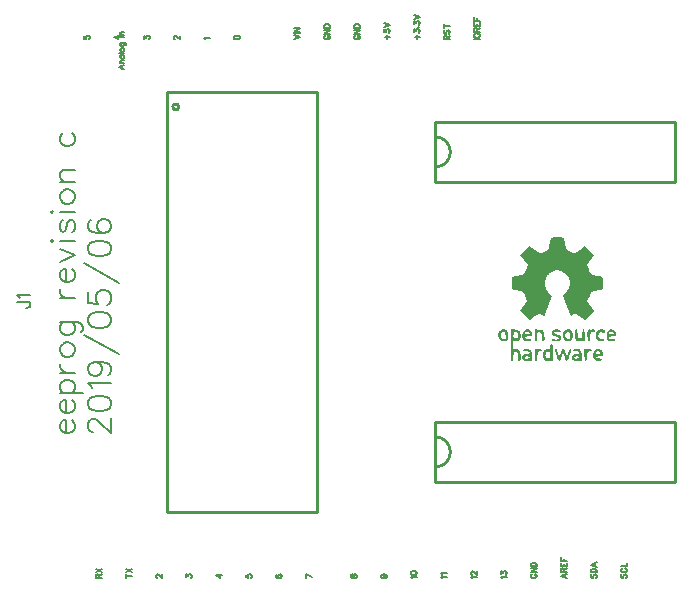
<source format=gto>
G04 Layer: TopSilkscreenLayer*
G04 EasyEDA v6.5.47, 2024-10-06 10:48:52*
G04 7f18c47773b3442c901778b5daae8bd2,c2b9568e21e3459f90af4e12abca8b04,10*
G04 Gerber Generator version 0.2*
G04 Scale: 100 percent, Rotated: No, Reflected: No *
G04 Dimensions in millimeters *
G04 leading zeros omitted , absolute positions ,4 integer and 5 decimal *
%FSLAX45Y45*%
%MOMM*%

%ADD10C,0.2032*%
%ADD11C,0.1524*%
%ADD12C,0.2286*%
%ADD13C,0.2540*%

%LPD*%
G36*
X8154111Y-3770579D02*
G01*
X8131302Y-3770731D01*
X8119567Y-3771087D01*
X8110372Y-3771798D01*
X8103362Y-3772915D01*
X8098231Y-3774490D01*
X8094675Y-3776624D01*
X8092338Y-3779418D01*
X8090916Y-3782872D01*
X8086090Y-3803497D01*
X8075828Y-3852418D01*
X8074152Y-3858818D01*
X8072374Y-3864254D01*
X8070392Y-3868826D01*
X8068157Y-3872687D01*
X8065465Y-3876040D01*
X8062264Y-3878986D01*
X8058403Y-3881678D01*
X8053831Y-3884320D01*
X8048447Y-3887063D01*
X8034985Y-3893159D01*
X8022691Y-3898137D01*
X8017306Y-3899865D01*
X8012277Y-3901084D01*
X8007553Y-3901795D01*
X8002930Y-3901897D01*
X7998409Y-3901440D01*
X7993786Y-3900424D01*
X7988960Y-3898747D01*
X7983880Y-3896461D01*
X7978343Y-3893515D01*
X7972348Y-3889959D01*
X7958378Y-3880662D01*
X7909407Y-3846423D01*
X7833055Y-3922776D01*
X7892846Y-4007612D01*
X7877657Y-4047185D01*
X7874812Y-4053992D01*
X7869275Y-4065473D01*
X7866430Y-4070248D01*
X7863484Y-4074464D01*
X7860385Y-4078122D01*
X7857032Y-4081322D01*
X7853425Y-4084065D01*
X7849514Y-4086453D01*
X7845196Y-4088485D01*
X7840421Y-4090263D01*
X7835188Y-4091787D01*
X7829346Y-4093108D01*
X7815834Y-4095343D01*
X7799578Y-4097629D01*
X7786674Y-4099712D01*
X7781340Y-4100779D01*
X7776718Y-4101947D01*
X7772755Y-4103319D01*
X7769352Y-4104843D01*
X7766558Y-4106621D01*
X7764221Y-4108704D01*
X7762341Y-4111193D01*
X7760868Y-4114088D01*
X7759750Y-4117441D01*
X7758938Y-4121302D01*
X7758379Y-4125722D01*
X7757871Y-4136593D01*
X7757820Y-4173931D01*
X7758175Y-4186326D01*
X7758531Y-4191508D01*
X7759141Y-4196029D01*
X7760004Y-4200042D01*
X7761122Y-4203496D01*
X7762544Y-4206443D01*
X7764424Y-4208983D01*
X7766659Y-4211167D01*
X7769352Y-4213047D01*
X7772603Y-4214622D01*
X7776362Y-4215993D01*
X7785658Y-4218228D01*
X7797698Y-4220159D01*
X7827619Y-4224324D01*
X7839151Y-4226509D01*
X7843875Y-4227880D01*
X7847990Y-4229404D01*
X7851648Y-4231284D01*
X7854848Y-4233570D01*
X7857794Y-4236262D01*
X7860487Y-4239514D01*
X7863027Y-4243324D01*
X7868005Y-4253026D01*
X7873441Y-4265930D01*
X7891525Y-4311802D01*
X7833055Y-4394708D01*
X7910118Y-4471771D01*
X7959191Y-4436668D01*
X7973263Y-4427067D01*
X7978800Y-4423714D01*
X7983474Y-4421276D01*
X7987588Y-4419752D01*
X7991348Y-4418990D01*
X7994853Y-4418990D01*
X7998409Y-4419650D01*
X8002168Y-4420971D01*
X8019237Y-4429252D01*
X8026247Y-4432147D01*
X8031327Y-4433773D01*
X8033664Y-4433722D01*
X8037017Y-4426356D01*
X8055813Y-4381398D01*
X8102295Y-4267250D01*
X8070189Y-4232198D01*
X8063585Y-4223867D01*
X8057845Y-4215384D01*
X8053019Y-4206798D01*
X8049006Y-4198162D01*
X8045856Y-4189476D01*
X8043468Y-4180789D01*
X8041894Y-4172102D01*
X8041030Y-4163517D01*
X8040878Y-4154982D01*
X8041386Y-4146600D01*
X8042554Y-4138320D01*
X8044383Y-4130243D01*
X8046770Y-4122420D01*
X8049768Y-4114749D01*
X8053273Y-4107434D01*
X8057337Y-4100372D01*
X8061858Y-4093616D01*
X8066836Y-4087266D01*
X8072272Y-4081322D01*
X8078114Y-4075785D01*
X8084312Y-4070654D01*
X8090865Y-4066082D01*
X8097723Y-4061968D01*
X8104936Y-4058462D01*
X8112353Y-4055465D01*
X8120024Y-4053128D01*
X8127898Y-4051401D01*
X8135975Y-4050385D01*
X8140039Y-4050080D01*
X8148320Y-4050131D01*
X8152536Y-4050385D01*
X8160969Y-4051554D01*
X8169452Y-4053484D01*
X8177987Y-4056227D01*
X8186572Y-4059834D01*
X8195106Y-4064355D01*
X8203641Y-4069740D01*
X8212074Y-4076090D01*
X8220659Y-4083659D01*
X8224774Y-4087825D01*
X8228634Y-4092092D01*
X8232190Y-4096461D01*
X8238439Y-4105452D01*
X8241182Y-4110126D01*
X8243620Y-4114800D01*
X8247634Y-4124451D01*
X8249259Y-4129379D01*
X8251596Y-4139336D01*
X8252358Y-4144416D01*
X8252815Y-4149496D01*
X8253018Y-4154627D01*
X8252561Y-4164990D01*
X8250986Y-4175404D01*
X8248294Y-4185767D01*
X8246516Y-4191000D01*
X8244484Y-4196130D01*
X8239556Y-4206443D01*
X8236661Y-4211523D01*
X8230006Y-4221632D01*
X8222284Y-4231487D01*
X8189518Y-4267250D01*
X8232851Y-4373778D01*
X8253222Y-4422698D01*
X8258149Y-4433722D01*
X8260486Y-4433773D01*
X8265566Y-4432147D01*
X8272576Y-4429252D01*
X8289645Y-4420971D01*
X8293404Y-4419650D01*
X8296960Y-4418990D01*
X8300466Y-4418990D01*
X8304225Y-4419752D01*
X8308340Y-4421276D01*
X8313013Y-4423714D01*
X8318550Y-4427067D01*
X8332622Y-4436668D01*
X8381695Y-4471771D01*
X8458758Y-4394708D01*
X8400288Y-4311802D01*
X8418372Y-4265930D01*
X8423808Y-4253026D01*
X8428786Y-4243324D01*
X8431326Y-4239514D01*
X8434019Y-4236262D01*
X8436965Y-4233570D01*
X8440166Y-4231284D01*
X8443823Y-4229404D01*
X8447938Y-4227880D01*
X8452662Y-4226509D01*
X8464194Y-4224324D01*
X8494115Y-4220159D01*
X8506155Y-4218228D01*
X8515451Y-4215993D01*
X8519210Y-4214622D01*
X8522462Y-4213047D01*
X8525154Y-4211167D01*
X8527389Y-4208983D01*
X8529269Y-4206443D01*
X8530691Y-4203496D01*
X8531809Y-4200042D01*
X8532672Y-4196029D01*
X8533282Y-4191508D01*
X8533892Y-4180484D01*
X8534044Y-4143095D01*
X8533790Y-4130801D01*
X8533434Y-4125722D01*
X8532876Y-4121302D01*
X8532063Y-4117441D01*
X8530945Y-4114088D01*
X8529472Y-4111193D01*
X8527592Y-4108704D01*
X8525256Y-4106621D01*
X8522462Y-4104843D01*
X8519058Y-4103319D01*
X8515096Y-4101947D01*
X8510473Y-4100779D01*
X8499094Y-4098696D01*
X8468868Y-4094276D01*
X8462467Y-4093108D01*
X8456625Y-4091787D01*
X8451392Y-4090263D01*
X8446617Y-4088485D01*
X8442299Y-4086453D01*
X8438388Y-4084065D01*
X8434781Y-4081322D01*
X8431428Y-4078122D01*
X8428329Y-4074464D01*
X8425383Y-4070248D01*
X8422589Y-4065473D01*
X8419795Y-4060037D01*
X8417001Y-4053992D01*
X8411159Y-4039615D01*
X8398967Y-4007612D01*
X8458758Y-3922776D01*
X8382406Y-3846423D01*
X8333435Y-3880662D01*
X8319465Y-3889959D01*
X8313470Y-3893515D01*
X8307933Y-3896461D01*
X8302853Y-3898747D01*
X8298027Y-3900424D01*
X8293404Y-3901440D01*
X8288883Y-3901897D01*
X8284260Y-3901795D01*
X8279536Y-3901084D01*
X8274507Y-3899865D01*
X8269122Y-3898137D01*
X8256828Y-3893159D01*
X8243366Y-3887063D01*
X8237981Y-3884320D01*
X8233409Y-3881678D01*
X8229549Y-3878986D01*
X8226348Y-3876040D01*
X8223707Y-3872687D01*
X8221421Y-3868826D01*
X8219440Y-3864254D01*
X8217662Y-3858818D01*
X8215985Y-3852418D01*
X8212480Y-3835958D01*
X8207197Y-3809187D01*
X8204301Y-3796131D01*
X8202828Y-3790899D01*
X8201304Y-3786428D01*
X8199628Y-3782669D01*
X8197748Y-3779520D01*
X8195564Y-3776979D01*
X8193074Y-3774948D01*
X8190230Y-3773424D01*
X8186877Y-3772255D01*
X8183067Y-3771493D01*
X8178647Y-3770985D01*
X8167878Y-3770579D01*
G37*
G36*
X7890662Y-4546854D02*
G01*
X7884109Y-4547971D01*
X7876692Y-4550968D01*
X7869224Y-4555388D01*
X7862671Y-4560824D01*
X7859471Y-4564583D01*
X7856677Y-4568850D01*
X7854289Y-4573574D01*
X7852308Y-4578705D01*
X7851342Y-4582007D01*
X7869834Y-4582007D01*
X7869936Y-4579162D01*
X7871510Y-4575911D01*
X7874660Y-4572203D01*
X7878165Y-4569968D01*
X7882839Y-4568850D01*
X7888224Y-4568799D01*
X7893862Y-4569612D01*
X7899298Y-4571238D01*
X7904073Y-4573625D01*
X7907781Y-4576572D01*
X7909915Y-4580077D01*
X7909814Y-4583836D01*
X7906613Y-4586579D01*
X7900365Y-4588256D01*
X7891272Y-4588814D01*
X7884159Y-4588510D01*
X7878419Y-4587697D01*
X7874101Y-4586274D01*
X7871256Y-4584395D01*
X7869834Y-4582007D01*
X7851342Y-4582007D01*
X7850733Y-4584090D01*
X7849616Y-4589729D01*
X7848853Y-4595520D01*
X7848600Y-4601311D01*
X7848701Y-4607153D01*
X7849260Y-4612843D01*
X7850225Y-4618329D01*
X7851597Y-4623562D01*
X7853425Y-4628438D01*
X7855712Y-4632909D01*
X7858353Y-4636820D01*
X7861503Y-4640173D01*
X7865973Y-4643628D01*
X7871053Y-4646472D01*
X7876489Y-4648657D01*
X7882229Y-4650232D01*
X7888122Y-4651298D01*
X7894015Y-4651756D01*
X7899704Y-4651705D01*
X7905191Y-4651146D01*
X7910220Y-4650079D01*
X7914690Y-4648555D01*
X7918450Y-4646574D01*
X7921396Y-4644186D01*
X7923377Y-4641342D01*
X7924241Y-4638192D01*
X7923885Y-4634636D01*
X7922107Y-4630775D01*
X7919364Y-4628184D01*
X7915351Y-4627372D01*
X7910169Y-4628438D01*
X7896758Y-4634280D01*
X7890662Y-4635144D01*
X7885125Y-4633874D01*
X7879740Y-4630420D01*
X7875879Y-4626965D01*
X7872984Y-4623866D01*
X7871155Y-4621072D01*
X7870342Y-4618634D01*
X7870494Y-4616500D01*
X7871714Y-4614672D01*
X7874000Y-4613148D01*
X7877302Y-4611928D01*
X7881670Y-4610963D01*
X7887106Y-4610303D01*
X7893558Y-4609896D01*
X7910779Y-4609693D01*
X7918246Y-4609338D01*
X7923834Y-4608474D01*
X7927746Y-4607052D01*
X7930286Y-4604918D01*
X7931759Y-4601819D01*
X7932470Y-4597654D01*
X7932623Y-4592320D01*
X7932166Y-4586986D01*
X7930845Y-4581652D01*
X7928813Y-4576368D01*
X7926070Y-4571187D01*
X7922717Y-4566259D01*
X7918907Y-4561687D01*
X7914690Y-4557572D01*
X7910169Y-4553966D01*
X7905394Y-4551019D01*
X7900517Y-4548784D01*
X7895539Y-4547362D01*
G37*
G36*
X8416696Y-4547108D02*
G01*
X8411413Y-4547717D01*
X8405825Y-4551527D01*
X8404402Y-4553661D01*
X8403183Y-4556810D01*
X8402167Y-4560976D01*
X8401405Y-4565904D01*
X8400440Y-4577740D01*
X8400237Y-4591253D01*
X8400745Y-4605528D01*
X8401913Y-4619447D01*
X8403590Y-4632045D01*
X8405825Y-4642307D01*
X8407146Y-4646269D01*
X8408517Y-4649216D01*
X8410041Y-4651095D01*
X8411667Y-4651756D01*
X8414359Y-4651349D01*
X8416594Y-4650028D01*
X8418423Y-4647742D01*
X8419846Y-4644339D01*
X8420912Y-4639716D01*
X8421624Y-4633772D01*
X8422386Y-4609490D01*
X8423148Y-4601870D01*
X8424316Y-4594910D01*
X8425942Y-4588611D01*
X8427923Y-4583023D01*
X8430260Y-4578248D01*
X8432850Y-4574387D01*
X8435746Y-4571492D01*
X8438845Y-4569561D01*
X8442096Y-4568748D01*
X8445500Y-4569104D01*
X8449005Y-4570628D01*
X8452154Y-4571441D01*
X8456015Y-4570628D01*
X8459978Y-4568342D01*
X8463686Y-4564837D01*
X8465616Y-4561636D01*
X8466175Y-4558639D01*
X8465413Y-4555896D01*
X8463635Y-4553508D01*
X8460943Y-4551527D01*
X8457539Y-4550003D01*
X8453577Y-4549038D01*
X8449310Y-4548632D01*
X8444839Y-4548835D01*
X8440420Y-4549800D01*
X8436152Y-4551578D01*
X8432292Y-4554118D01*
X8427669Y-4557522D01*
X8424519Y-4558741D01*
X8422690Y-4557776D01*
X8422132Y-4554677D01*
X8420608Y-4549546D01*
G37*
G36*
X8367318Y-4547362D02*
G01*
X8366201Y-4547565D01*
X8365083Y-4548378D01*
X8364016Y-4549851D01*
X8363000Y-4551984D01*
X8361121Y-4558385D01*
X8359495Y-4567529D01*
X8358276Y-4579518D01*
X8357057Y-4599330D01*
X8356193Y-4609033D01*
X8355075Y-4616246D01*
X8353399Y-4621225D01*
X8351113Y-4624476D01*
X8347913Y-4626305D01*
X8343696Y-4627067D01*
X8338210Y-4627270D01*
X8332825Y-4627067D01*
X8328609Y-4626254D01*
X8325358Y-4624476D01*
X8322919Y-4621377D01*
X8321040Y-4616653D01*
X8319617Y-4609998D01*
X8318398Y-4601006D01*
X8316366Y-4581296D01*
X8315401Y-4574133D01*
X8314283Y-4567783D01*
X8313064Y-4562348D01*
X8311743Y-4557725D01*
X8310422Y-4553966D01*
X8309000Y-4551070D01*
X8307578Y-4549038D01*
X8306206Y-4547870D01*
X8304784Y-4547565D01*
X8303412Y-4548073D01*
X8302142Y-4549444D01*
X8300923Y-4551680D01*
X8299805Y-4554728D01*
X8298789Y-4558639D01*
X8297925Y-4563414D01*
X8297214Y-4569002D01*
X8296351Y-4582769D01*
X8296351Y-4599635D01*
X8297164Y-4614722D01*
X8297875Y-4621123D01*
X8298891Y-4626864D01*
X8300161Y-4631893D01*
X8301736Y-4636262D01*
X8303666Y-4640072D01*
X8305850Y-4643272D01*
X8308441Y-4645914D01*
X8311388Y-4648047D01*
X8314740Y-4649724D01*
X8318500Y-4650943D01*
X8322665Y-4651756D01*
X8327288Y-4652162D01*
X8368284Y-4651705D01*
X8371281Y-4651400D01*
X8373719Y-4650638D01*
X8375650Y-4649419D01*
X8377174Y-4647438D01*
X8378240Y-4644644D01*
X8379002Y-4640884D01*
X8379409Y-4635957D01*
X8379561Y-4629708D01*
X8379155Y-4612640D01*
X8378342Y-4593894D01*
X8377224Y-4580178D01*
X8375700Y-4568799D01*
X8373821Y-4559757D01*
X8372856Y-4556150D01*
X8371789Y-4553153D01*
X8370671Y-4550765D01*
X8369553Y-4548987D01*
X8368436Y-4547870D01*
G37*
G36*
X8137956Y-4547412D02*
G01*
X8131454Y-4547870D01*
X8125053Y-4549190D01*
X8118754Y-4551375D01*
X8112709Y-4554423D01*
X8108086Y-4557674D01*
X8104479Y-4561332D01*
X8101838Y-4565446D01*
X8100110Y-4569764D01*
X8099298Y-4574286D01*
X8099298Y-4578908D01*
X8100110Y-4583531D01*
X8101685Y-4588052D01*
X8103971Y-4592421D01*
X8106918Y-4596485D01*
X8110524Y-4600143D01*
X8114741Y-4603394D01*
X8119516Y-4606036D01*
X8124850Y-4608068D01*
X8130590Y-4609338D01*
X8145322Y-4610455D01*
X8151469Y-4612487D01*
X8155178Y-4615840D01*
X8156397Y-4620514D01*
X8155533Y-4625644D01*
X8153196Y-4629861D01*
X8149437Y-4633061D01*
X8144611Y-4635246D01*
X8138871Y-4636312D01*
X8132419Y-4636160D01*
X8125459Y-4634839D01*
X8111540Y-4629556D01*
X8105952Y-4628184D01*
X8101533Y-4628032D01*
X8098434Y-4628946D01*
X8096758Y-4630928D01*
X8096605Y-4633874D01*
X8098078Y-4637684D01*
X8101380Y-4642358D01*
X8104682Y-4645202D01*
X8109305Y-4647539D01*
X8114995Y-4649317D01*
X8121446Y-4650536D01*
X8128406Y-4651298D01*
X8135670Y-4651451D01*
X8142884Y-4651146D01*
X8149844Y-4650282D01*
X8156346Y-4648860D01*
X8162036Y-4646980D01*
X8166709Y-4644593D01*
X8170062Y-4641646D01*
X8173567Y-4636719D01*
X8176006Y-4631740D01*
X8177377Y-4626762D01*
X8177784Y-4621885D01*
X8177123Y-4617110D01*
X8175599Y-4612538D01*
X8173059Y-4608220D01*
X8169656Y-4604258D01*
X8165388Y-4600651D01*
X8160308Y-4597501D01*
X8154365Y-4594860D01*
X8141512Y-4591100D01*
X8136178Y-4589170D01*
X8131606Y-4587036D01*
X8127796Y-4584852D01*
X8124799Y-4582617D01*
X8122564Y-4580382D01*
X8121142Y-4578197D01*
X8120532Y-4576165D01*
X8120735Y-4574286D01*
X8121751Y-4572660D01*
X8123631Y-4571288D01*
X8126272Y-4570272D01*
X8129778Y-4569663D01*
X8134146Y-4569510D01*
X8139328Y-4569866D01*
X8151875Y-4571746D01*
X8157667Y-4572101D01*
X8162696Y-4571898D01*
X8166912Y-4571187D01*
X8170265Y-4570069D01*
X8172653Y-4568545D01*
X8174075Y-4566666D01*
X8174431Y-4564532D01*
X8173669Y-4562144D01*
X8171738Y-4559604D01*
X8168538Y-4556963D01*
X8164068Y-4554220D01*
X8157565Y-4551222D01*
X8151063Y-4549089D01*
X8144509Y-4547819D01*
G37*
G36*
X7690713Y-4548428D02*
G01*
X7685328Y-4548886D01*
X7679690Y-4550105D01*
X7673898Y-4552035D01*
X7669072Y-4554220D01*
X7664754Y-4556861D01*
X7660843Y-4559909D01*
X7657439Y-4563313D01*
X7654442Y-4567021D01*
X7651902Y-4571034D01*
X7649768Y-4575302D01*
X7648041Y-4579772D01*
X7646771Y-4584446D01*
X7645857Y-4589170D01*
X7645400Y-4594047D01*
X7645298Y-4598924D01*
X7666583Y-4598924D01*
X7667142Y-4593386D01*
X7668615Y-4587849D01*
X7671053Y-4582566D01*
X7674457Y-4577588D01*
X7678420Y-4573422D01*
X7682280Y-4570476D01*
X7686040Y-4568698D01*
X7689596Y-4568088D01*
X7692948Y-4568647D01*
X7696098Y-4570272D01*
X7698943Y-4572965D01*
X7701432Y-4576724D01*
X7703616Y-4581499D01*
X7705344Y-4587240D01*
X7706664Y-4593945D01*
X7707528Y-4601616D01*
X7708188Y-4611319D01*
X7708392Y-4618685D01*
X7707985Y-4623917D01*
X7706766Y-4627422D01*
X7704531Y-4629404D01*
X7701127Y-4630216D01*
X7696352Y-4630166D01*
X7690053Y-4629505D01*
X7684770Y-4628337D01*
X7680096Y-4626102D01*
X7676032Y-4623003D01*
X7672628Y-4619142D01*
X7669936Y-4614672D01*
X7668006Y-4609744D01*
X7666888Y-4604461D01*
X7666583Y-4598924D01*
X7645298Y-4598924D01*
X7645603Y-4603851D01*
X7646263Y-4608728D01*
X7647279Y-4613554D01*
X7648702Y-4618278D01*
X7650480Y-4622800D01*
X7652613Y-4627168D01*
X7655052Y-4631283D01*
X7657846Y-4635195D01*
X7660995Y-4638751D01*
X7664450Y-4641951D01*
X7668209Y-4644796D01*
X7672273Y-4647184D01*
X7676642Y-4649114D01*
X7681315Y-4650536D01*
X7686294Y-4651451D01*
X7691526Y-4651756D01*
X7698231Y-4651451D01*
X7704226Y-4650486D01*
X7709458Y-4648860D01*
X7714081Y-4646523D01*
X7717993Y-4643424D01*
X7721295Y-4639513D01*
X7724038Y-4634738D01*
X7726222Y-4629099D01*
X7727848Y-4622495D01*
X7728966Y-4614926D01*
X7729626Y-4606340D01*
X7729829Y-4596638D01*
X7729524Y-4589881D01*
X7728712Y-4583531D01*
X7727340Y-4577638D01*
X7725511Y-4572203D01*
X7723174Y-4567326D01*
X7720431Y-4562906D01*
X7717231Y-4559046D01*
X7713624Y-4555744D01*
X7709712Y-4553051D01*
X7705394Y-4550918D01*
X7700772Y-4549444D01*
X7695895Y-4548581D01*
G37*
G36*
X8236153Y-4548428D02*
G01*
X8230768Y-4548886D01*
X8225129Y-4550105D01*
X8219338Y-4552035D01*
X8214512Y-4554220D01*
X8210194Y-4556861D01*
X8206333Y-4559909D01*
X8202879Y-4563313D01*
X8199881Y-4567021D01*
X8197342Y-4571034D01*
X8195208Y-4575302D01*
X8193531Y-4579772D01*
X8192211Y-4584446D01*
X8191347Y-4589170D01*
X8190839Y-4594047D01*
X8190738Y-4598924D01*
X8212023Y-4598924D01*
X8212581Y-4593386D01*
X8214055Y-4587849D01*
X8216493Y-4582566D01*
X8219948Y-4577588D01*
X8223859Y-4573422D01*
X8227720Y-4570476D01*
X8231479Y-4568698D01*
X8235035Y-4568088D01*
X8238439Y-4568647D01*
X8241538Y-4570272D01*
X8244382Y-4572965D01*
X8246922Y-4576724D01*
X8249056Y-4581499D01*
X8250834Y-4587240D01*
X8252155Y-4593945D01*
X8252968Y-4601616D01*
X8253628Y-4611319D01*
X8253831Y-4618685D01*
X8253425Y-4623917D01*
X8252206Y-4627422D01*
X8249970Y-4629404D01*
X8246618Y-4630216D01*
X8241842Y-4630166D01*
X8235492Y-4629505D01*
X8230209Y-4628337D01*
X8225536Y-4626102D01*
X8221472Y-4623003D01*
X8218068Y-4619142D01*
X8215375Y-4614672D01*
X8213445Y-4609744D01*
X8212328Y-4604461D01*
X8212023Y-4598924D01*
X8190738Y-4598924D01*
X8191042Y-4603851D01*
X8191703Y-4608728D01*
X8192770Y-4613554D01*
X8194141Y-4618278D01*
X8195919Y-4622800D01*
X8198053Y-4627168D01*
X8200491Y-4631283D01*
X8203285Y-4635195D01*
X8206435Y-4638751D01*
X8209889Y-4641951D01*
X8213648Y-4644796D01*
X8217712Y-4647184D01*
X8222081Y-4649114D01*
X8226755Y-4650536D01*
X8231733Y-4651451D01*
X8236966Y-4651756D01*
X8243671Y-4651451D01*
X8249666Y-4650486D01*
X8254949Y-4648860D01*
X8259521Y-4646523D01*
X8263483Y-4643424D01*
X8266785Y-4639513D01*
X8269478Y-4634738D01*
X8271662Y-4629099D01*
X8273288Y-4622495D01*
X8274405Y-4614926D01*
X8275066Y-4606340D01*
X8275269Y-4596638D01*
X8275015Y-4589881D01*
X8274151Y-4583531D01*
X8272830Y-4577638D01*
X8270951Y-4572203D01*
X8268614Y-4567326D01*
X8265871Y-4562906D01*
X8262670Y-4559046D01*
X8259114Y-4555744D01*
X8255152Y-4553051D01*
X8250834Y-4550918D01*
X8246262Y-4549444D01*
X8241334Y-4548581D01*
G37*
G36*
X7953603Y-4548479D02*
G01*
X7953705Y-4614164D01*
X7954060Y-4625594D01*
X7954721Y-4634585D01*
X7955686Y-4641392D01*
X7957108Y-4646269D01*
X7958937Y-4649470D01*
X7961223Y-4651197D01*
X7964068Y-4651756D01*
X7966862Y-4651298D01*
X7969097Y-4649927D01*
X7970926Y-4647438D01*
X7972348Y-4643729D01*
X7973364Y-4638649D01*
X7974075Y-4632096D01*
X7974482Y-4623917D01*
X7974736Y-4603953D01*
X7975142Y-4595571D01*
X7975904Y-4588713D01*
X7977124Y-4583226D01*
X7978698Y-4578959D01*
X7980781Y-4575708D01*
X7983423Y-4573371D01*
X7986623Y-4571695D01*
X7990890Y-4570577D01*
X7994853Y-4570628D01*
X7998612Y-4571695D01*
X8002117Y-4573778D01*
X8005267Y-4576826D01*
X8008112Y-4580788D01*
X8010550Y-4585665D01*
X8012633Y-4591354D01*
X8014309Y-4597857D01*
X8015528Y-4605070D01*
X8016290Y-4613046D01*
X8016646Y-4629556D01*
X8017103Y-4636058D01*
X8017814Y-4641291D01*
X8018932Y-4645355D01*
X8020456Y-4648301D01*
X8022437Y-4650282D01*
X8024875Y-4651400D01*
X8027873Y-4651756D01*
X8031073Y-4651400D01*
X8033562Y-4650130D01*
X8035340Y-4647742D01*
X8036559Y-4643983D01*
X8037169Y-4638548D01*
X8037271Y-4631182D01*
X8036915Y-4621631D01*
X8035442Y-4600702D01*
X8034680Y-4592726D01*
X8033766Y-4585716D01*
X8032648Y-4579518D01*
X8031327Y-4574133D01*
X8029702Y-4569510D01*
X8027720Y-4565599D01*
X8025333Y-4562246D01*
X8022539Y-4559503D01*
X8019237Y-4557217D01*
X8015376Y-4555388D01*
X8010906Y-4553966D01*
X8005775Y-4552797D01*
X7993380Y-4551222D01*
G37*
G36*
X7750809Y-4549241D02*
G01*
X7750809Y-4600549D01*
X7772806Y-4600549D01*
X7773619Y-4593539D01*
X7775346Y-4586833D01*
X7777835Y-4580737D01*
X7780934Y-4575505D01*
X7784592Y-4571441D01*
X7788554Y-4568799D01*
X7792770Y-4567834D01*
X7795463Y-4568647D01*
X7798968Y-4570780D01*
X7802727Y-4573981D01*
X7806385Y-4577892D01*
X7809636Y-4582668D01*
X7811973Y-4587849D01*
X7813395Y-4593234D01*
X7813954Y-4598720D01*
X7813751Y-4604156D01*
X7812684Y-4609388D01*
X7810957Y-4614214D01*
X7808518Y-4618482D01*
X7805420Y-4622088D01*
X7801762Y-4624882D01*
X7797495Y-4626660D01*
X7792770Y-4627270D01*
X7784033Y-4626406D01*
X7778343Y-4623358D01*
X7774889Y-4617313D01*
X7773009Y-4607610D01*
X7772806Y-4600549D01*
X7750809Y-4600549D01*
X7750962Y-4733798D01*
X7751521Y-4769866D01*
X7752029Y-4783480D01*
X7752689Y-4794554D01*
X7753502Y-4803190D01*
X7754518Y-4809744D01*
X7755788Y-4814417D01*
X7757261Y-4817465D01*
X7758074Y-4818430D01*
X7758938Y-4819091D01*
X7760970Y-4819599D01*
X7763560Y-4819040D01*
X7765796Y-4817465D01*
X7767675Y-4814620D01*
X7769250Y-4810556D01*
X7770571Y-4805070D01*
X7771688Y-4798110D01*
X7772501Y-4789627D01*
X7773873Y-4768291D01*
X7774787Y-4759248D01*
X7775905Y-4752086D01*
X7777429Y-4746599D01*
X7779359Y-4742535D01*
X7781747Y-4739690D01*
X7784744Y-4737862D01*
X7788452Y-4736795D01*
X7792720Y-4736287D01*
X7796530Y-4736541D01*
X7799933Y-4737557D01*
X7802930Y-4739436D01*
X7805521Y-4742078D01*
X7807756Y-4745583D01*
X7809585Y-4750003D01*
X7811058Y-4755337D01*
X7812176Y-4761636D01*
X7812989Y-4768850D01*
X7813446Y-4777079D01*
X7813802Y-4794910D01*
X7814208Y-4802022D01*
X7814970Y-4807762D01*
X7816037Y-4812284D01*
X7817459Y-4815636D01*
X7819288Y-4817872D01*
X7821523Y-4819192D01*
X7824216Y-4819599D01*
X7827009Y-4819142D01*
X7829296Y-4817618D01*
X7831124Y-4814976D01*
X7832547Y-4810912D01*
X7833563Y-4805375D01*
X7834223Y-4798161D01*
X7834579Y-4789170D01*
X7834731Y-4778146D01*
X7834579Y-4769307D01*
X7834122Y-4761280D01*
X7833410Y-4753914D01*
X7832344Y-4747209D01*
X7830972Y-4741214D01*
X7829245Y-4735931D01*
X7827162Y-4731258D01*
X7824774Y-4727194D01*
X7821980Y-4723790D01*
X7818831Y-4720996D01*
X7815325Y-4718812D01*
X7811414Y-4717237D01*
X7807096Y-4716170D01*
X7802372Y-4715713D01*
X7797190Y-4715764D01*
X7785150Y-4717186D01*
X7780274Y-4717389D01*
X7776718Y-4716526D01*
X7774330Y-4714189D01*
X7772908Y-4710125D01*
X7772146Y-4703826D01*
X7771841Y-4694986D01*
X7771790Y-4647184D01*
X7793888Y-4650435D01*
X7800441Y-4650994D01*
X7806436Y-4650790D01*
X7811820Y-4649724D01*
X7816646Y-4647844D01*
X7820914Y-4645152D01*
X7824571Y-4641596D01*
X7827670Y-4637227D01*
X7830210Y-4632045D01*
X7832191Y-4626000D01*
X7833614Y-4619091D01*
X7834426Y-4611370D01*
X7834731Y-4602784D01*
X7834579Y-4596028D01*
X7834071Y-4589881D01*
X7833258Y-4584192D01*
X7832090Y-4579061D01*
X7830566Y-4574387D01*
X7828635Y-4570222D01*
X7826248Y-4566513D01*
X7823453Y-4563262D01*
X7820253Y-4560417D01*
X7816545Y-4557928D01*
X7812328Y-4555896D01*
X7807655Y-4554169D01*
X7802422Y-4552797D01*
X7796682Y-4551781D01*
X7790332Y-4551070D01*
X7783423Y-4550613D01*
G37*
G36*
X8517585Y-4549292D02*
G01*
X8511895Y-4549851D01*
X8506206Y-4550968D01*
X8500719Y-4552746D01*
X8495538Y-4555185D01*
X8490762Y-4558233D01*
X8486444Y-4561636D01*
X8482634Y-4565294D01*
X8479332Y-4569155D01*
X8476488Y-4573320D01*
X8474100Y-4577638D01*
X8472170Y-4582109D01*
X8470696Y-4586681D01*
X8469680Y-4591354D01*
X8469071Y-4596079D01*
X8468918Y-4600803D01*
X8469122Y-4605528D01*
X8469731Y-4610201D01*
X8470747Y-4614773D01*
X8472170Y-4619244D01*
X8473948Y-4623562D01*
X8476081Y-4627676D01*
X8478570Y-4631537D01*
X8481466Y-4635195D01*
X8484616Y-4638497D01*
X8488121Y-4641494D01*
X8491982Y-4644136D01*
X8496096Y-4646422D01*
X8500567Y-4648200D01*
X8505291Y-4649571D01*
X8510270Y-4650435D01*
X8515553Y-4650740D01*
X8521141Y-4650486D01*
X8528608Y-4649419D01*
X8534704Y-4647742D01*
X8539378Y-4645660D01*
X8542680Y-4643272D01*
X8544610Y-4640732D01*
X8545169Y-4638090D01*
X8544356Y-4635500D01*
X8542223Y-4633061D01*
X8538667Y-4630978D01*
X8533790Y-4629251D01*
X8527592Y-4628134D01*
X8520023Y-4627626D01*
X8512556Y-4627422D01*
X8506764Y-4626813D01*
X8502345Y-4625695D01*
X8499094Y-4623816D01*
X8496808Y-4621022D01*
X8495233Y-4617059D01*
X8494217Y-4611776D01*
X8493404Y-4605020D01*
X8493302Y-4598873D01*
X8494166Y-4592980D01*
X8495893Y-4587544D01*
X8498332Y-4582617D01*
X8501329Y-4578248D01*
X8504834Y-4574641D01*
X8508695Y-4571847D01*
X8512759Y-4570018D01*
X8516975Y-4569206D01*
X8521141Y-4569510D01*
X8525205Y-4571085D01*
X8532926Y-4576978D01*
X8536940Y-4577943D01*
X8541156Y-4576826D01*
X8545830Y-4573727D01*
X8548979Y-4570526D01*
X8550706Y-4567377D01*
X8551164Y-4564329D01*
X8550503Y-4561433D01*
X8548725Y-4558741D01*
X8546084Y-4556302D01*
X8542629Y-4554169D01*
X8538464Y-4552340D01*
X8533790Y-4550918D01*
X8528659Y-4549902D01*
X8523224Y-4549343D01*
G37*
G36*
X8602370Y-4549343D02*
G01*
X8597696Y-4549749D01*
X8593074Y-4550714D01*
X8588552Y-4552289D01*
X8584184Y-4554474D01*
X8579967Y-4557318D01*
X8575954Y-4560824D01*
X8572398Y-4565142D01*
X8569299Y-4570323D01*
X8566759Y-4576267D01*
X8564919Y-4582109D01*
X8583117Y-4582109D01*
X8583117Y-4579315D01*
X8584590Y-4576114D01*
X8587638Y-4572508D01*
X8590788Y-4570069D01*
X8594344Y-4568545D01*
X8598204Y-4567986D01*
X8602268Y-4568342D01*
X8606383Y-4569561D01*
X8610447Y-4571644D01*
X8614308Y-4574590D01*
X8617915Y-4578299D01*
X8621623Y-4583734D01*
X8621115Y-4586935D01*
X8615730Y-4588408D01*
X8604808Y-4588814D01*
X8597696Y-4588510D01*
X8591905Y-4587697D01*
X8587536Y-4586325D01*
X8584641Y-4584446D01*
X8583117Y-4582109D01*
X8564919Y-4582109D01*
X8563254Y-4589627D01*
X8562289Y-4596841D01*
X8561984Y-4604207D01*
X8562187Y-4611573D01*
X8563051Y-4618786D01*
X8564473Y-4625746D01*
X8566556Y-4632248D01*
X8569248Y-4638243D01*
X8572042Y-4641697D01*
X8576310Y-4644745D01*
X8581745Y-4647336D01*
X8588095Y-4649368D01*
X8595004Y-4650943D01*
X8602218Y-4651959D01*
X8609482Y-4652365D01*
X8616391Y-4652162D01*
X8622741Y-4651349D01*
X8628227Y-4649876D01*
X8632545Y-4647692D01*
X8635441Y-4644745D01*
X8637473Y-4640224D01*
X8637981Y-4636160D01*
X8637066Y-4632756D01*
X8634933Y-4630166D01*
X8631783Y-4628540D01*
X8627770Y-4627981D01*
X8623147Y-4628642D01*
X8611971Y-4633214D01*
X8605875Y-4634433D01*
X8600033Y-4634433D01*
X8594598Y-4633315D01*
X8589924Y-4631232D01*
X8586216Y-4628134D01*
X8583828Y-4624222D01*
X8582964Y-4619548D01*
X8583422Y-4617161D01*
X8584742Y-4615129D01*
X8587079Y-4613402D01*
X8590381Y-4612081D01*
X8594699Y-4611065D01*
X8600135Y-4610354D01*
X8606688Y-4609947D01*
X8624062Y-4609693D01*
X8631478Y-4609338D01*
X8637016Y-4608474D01*
X8640978Y-4607102D01*
X8643518Y-4604918D01*
X8645042Y-4601921D01*
X8645753Y-4597857D01*
X8645906Y-4592574D01*
X8645601Y-4587138D01*
X8644636Y-4581956D01*
X8643112Y-4577080D01*
X8641080Y-4572508D01*
X8638590Y-4568291D01*
X8635644Y-4564430D01*
X8632342Y-4560976D01*
X8628684Y-4557928D01*
X8624722Y-4555286D01*
X8620556Y-4553153D01*
X8616188Y-4551426D01*
X8611666Y-4550206D01*
X8607044Y-4549495D01*
G37*
G36*
X8096961Y-4672736D02*
G01*
X8092287Y-4674108D01*
X8088985Y-4678375D01*
X8087106Y-4685588D01*
X8086445Y-4696002D01*
X8086394Y-4703216D01*
X8085937Y-4708702D01*
X8085023Y-4712665D01*
X8083448Y-4715306D01*
X8080959Y-4716780D01*
X8077403Y-4717338D01*
X8072577Y-4717084D01*
X8061909Y-4715967D01*
X8057642Y-4716221D01*
X8053527Y-4717084D01*
X8049666Y-4718456D01*
X8045958Y-4720336D01*
X8042503Y-4722672D01*
X8039303Y-4725416D01*
X8036306Y-4728616D01*
X8033613Y-4732121D01*
X8031175Y-4735982D01*
X8029041Y-4740097D01*
X8027212Y-4744516D01*
X8025688Y-4749088D01*
X8024520Y-4753864D01*
X8023707Y-4758791D01*
X8023250Y-4763820D01*
X8023160Y-4768291D01*
X8044738Y-4768291D01*
X8044840Y-4762855D01*
X8045703Y-4757470D01*
X8047228Y-4752441D01*
X8049412Y-4747818D01*
X8052155Y-4743805D01*
X8055356Y-4740554D01*
X8059064Y-4738217D01*
X8063128Y-4736998D01*
X8067497Y-4736947D01*
X8071916Y-4737811D01*
X8075422Y-4739132D01*
X8078114Y-4741113D01*
X8080095Y-4743907D01*
X8081518Y-4747717D01*
X8082381Y-4752746D01*
X8082838Y-4759147D01*
X8082991Y-4767122D01*
X8082584Y-4774285D01*
X8081518Y-4780483D01*
X8079790Y-4785766D01*
X8077504Y-4790084D01*
X8074812Y-4793335D01*
X8071662Y-4795520D01*
X8068259Y-4796637D01*
X8064601Y-4796536D01*
X8060842Y-4795316D01*
X8057032Y-4792827D01*
X8053171Y-4789017D01*
X8049463Y-4783937D01*
X8047024Y-4779010D01*
X8045450Y-4773777D01*
X8044738Y-4768291D01*
X8023160Y-4768291D01*
X8023402Y-4774031D01*
X8024114Y-4779162D01*
X8025180Y-4784191D01*
X8026704Y-4789220D01*
X8028686Y-4794097D01*
X8031073Y-4798872D01*
X8033969Y-4803394D01*
X8037118Y-4807356D01*
X8040522Y-4810607D01*
X8044332Y-4813198D01*
X8048802Y-4815128D01*
X8053984Y-4816500D01*
X8060131Y-4817364D01*
X8067395Y-4817821D01*
X8107425Y-4817364D01*
X8107425Y-4731105D01*
X8107019Y-4708601D01*
X8106664Y-4699812D01*
X8105444Y-4686554D01*
X8104581Y-4681829D01*
X8103514Y-4678222D01*
X8102244Y-4675632D01*
X8100720Y-4673955D01*
X8098993Y-4672990D01*
G37*
G36*
X8313369Y-4712766D02*
G01*
X8308136Y-4712970D01*
X8302599Y-4713732D01*
X8296706Y-4715052D01*
X8290509Y-4716932D01*
X8283956Y-4719320D01*
X8279434Y-4721860D01*
X8277504Y-4724552D01*
X8277910Y-4727295D01*
X8280450Y-4729886D01*
X8284819Y-4732172D01*
X8290915Y-4734001D01*
X8298434Y-4735220D01*
X8317992Y-4736287D01*
X8325459Y-4738166D01*
X8329828Y-4741418D01*
X8331200Y-4746142D01*
X8329828Y-4750866D01*
X8325459Y-4754118D01*
X8317890Y-4756048D01*
X8301380Y-4756912D01*
X8296148Y-4757775D01*
X8291220Y-4759096D01*
X8286699Y-4760976D01*
X8282635Y-4763262D01*
X8278977Y-4766056D01*
X8275828Y-4769256D01*
X8273186Y-4772812D01*
X8271103Y-4776774D01*
X8269528Y-4781092D01*
X8268614Y-4785715D01*
X8268438Y-4788560D01*
X8289290Y-4788560D01*
X8290559Y-4783683D01*
X8294471Y-4780280D01*
X8301177Y-4778248D01*
X8310829Y-4777638D01*
X8319973Y-4778197D01*
X8326170Y-4779822D01*
X8329371Y-4782566D01*
X8329523Y-4786376D01*
X8326526Y-4790897D01*
X8321344Y-4794300D01*
X8314842Y-4796536D01*
X8307730Y-4797552D01*
X8300821Y-4797298D01*
X8294928Y-4795774D01*
X8290814Y-4792878D01*
X8289290Y-4788560D01*
X8268438Y-4788560D01*
X8268309Y-4790643D01*
X8268766Y-4794656D01*
X8270087Y-4798466D01*
X8272272Y-4802022D01*
X8275269Y-4805273D01*
X8278977Y-4808270D01*
X8283346Y-4810912D01*
X8288375Y-4813249D01*
X8293963Y-4815179D01*
X8300059Y-4816652D01*
X8306612Y-4817719D01*
X8313623Y-4818329D01*
X8320989Y-4818430D01*
X8352180Y-4817821D01*
X8352180Y-4773472D01*
X8352028Y-4765751D01*
X8351469Y-4758537D01*
X8350605Y-4751882D01*
X8349386Y-4745685D01*
X8347811Y-4740046D01*
X8345881Y-4734915D01*
X8343595Y-4730343D01*
X8341004Y-4726279D01*
X8338058Y-4722723D01*
X8334756Y-4719726D01*
X8331149Y-4717237D01*
X8327186Y-4715306D01*
X8322919Y-4713935D01*
X8318296Y-4713071D01*
G37*
G36*
X7877759Y-4714595D02*
G01*
X7872120Y-4715052D01*
X7867243Y-4715967D01*
X7863230Y-4717389D01*
X7860334Y-4719370D01*
X7857185Y-4723130D01*
X7855762Y-4726432D01*
X7856067Y-4729276D01*
X7858099Y-4731562D01*
X7861909Y-4733340D01*
X7867446Y-4734610D01*
X7874711Y-4735423D01*
X7896555Y-4736236D01*
X7905242Y-4738065D01*
X7910118Y-4741316D01*
X7911642Y-4746142D01*
X7910271Y-4750816D01*
X7906054Y-4754118D01*
X7898841Y-4755997D01*
X7888579Y-4756658D01*
X7882128Y-4756861D01*
X7876235Y-4757521D01*
X7870952Y-4758639D01*
X7866227Y-4760214D01*
X7862062Y-4762195D01*
X7858506Y-4764684D01*
X7855508Y-4767580D01*
X7853019Y-4770983D01*
X7851140Y-4774844D01*
X7849768Y-4779162D01*
X7848955Y-4783988D01*
X7848735Y-4788560D01*
X7869681Y-4788560D01*
X7870952Y-4783683D01*
X7874863Y-4780280D01*
X7881569Y-4778248D01*
X7891272Y-4777638D01*
X7900365Y-4778197D01*
X7906613Y-4779822D01*
X7909814Y-4782566D01*
X7909915Y-4786376D01*
X7906918Y-4790897D01*
X7901787Y-4794300D01*
X7895234Y-4796536D01*
X7888122Y-4797552D01*
X7881264Y-4797298D01*
X7875371Y-4795774D01*
X7871206Y-4792878D01*
X7869681Y-4788560D01*
X7848735Y-4788560D01*
X7849057Y-4794097D01*
X7850174Y-4798466D01*
X7852054Y-4802378D01*
X7854645Y-4805883D01*
X7858048Y-4808931D01*
X7862163Y-4811572D01*
X7867091Y-4813757D01*
X7872780Y-4815484D01*
X7879232Y-4816856D01*
X7886496Y-4817770D01*
X7894574Y-4818278D01*
X7903413Y-4818329D01*
X7932623Y-4817922D01*
X7932470Y-4767478D01*
X7931962Y-4758639D01*
X7931099Y-4750816D01*
X7929930Y-4743907D01*
X7928406Y-4738014D01*
X7926476Y-4732985D01*
X7924241Y-4728921D01*
X7921650Y-4725670D01*
X7918297Y-4723079D01*
X7913928Y-4720793D01*
X7908696Y-4718812D01*
X7902854Y-4717186D01*
X7896656Y-4715967D01*
X7890205Y-4715103D01*
X7883855Y-4714646D01*
G37*
G36*
X8131352Y-4714697D02*
G01*
X8126882Y-4715459D01*
X8124240Y-4717796D01*
X8123377Y-4721606D01*
X8124393Y-4726940D01*
X8139430Y-4773218D01*
X8144916Y-4788814D01*
X8149437Y-4800244D01*
X8151368Y-4804562D01*
X8154873Y-4810861D01*
X8156498Y-4812944D01*
X8158022Y-4814417D01*
X8159546Y-4815382D01*
X8161070Y-4815941D01*
X8162645Y-4816094D01*
X8164880Y-4815433D01*
X8167370Y-4813452D01*
X8169909Y-4810353D01*
X8172602Y-4806188D01*
X8175294Y-4801108D01*
X8177936Y-4795113D01*
X8180476Y-4788458D01*
X8193278Y-4746142D01*
X8206943Y-4787646D01*
X8211413Y-4799380D01*
X8215579Y-4807966D01*
X8217611Y-4811014D01*
X8219643Y-4813300D01*
X8221624Y-4814722D01*
X8223605Y-4815382D01*
X8225586Y-4815179D01*
X8227618Y-4814163D01*
X8229701Y-4812284D01*
X8231835Y-4809591D01*
X8234070Y-4806086D01*
X8236356Y-4801717D01*
X8241284Y-4790389D01*
X8246770Y-4775657D01*
X8253323Y-4756200D01*
X8258759Y-4739132D01*
X8261858Y-4727397D01*
X8262569Y-4723333D01*
X8262721Y-4720234D01*
X8262366Y-4717999D01*
X8261502Y-4716627D01*
X8260130Y-4715916D01*
X8258251Y-4715764D01*
X8255914Y-4716018D01*
X8250783Y-4718913D01*
X8245500Y-4725009D01*
X8240775Y-4733645D01*
X8237016Y-4743907D01*
X8232241Y-4759502D01*
X8230108Y-4764989D01*
X8228177Y-4769002D01*
X8226298Y-4771440D01*
X8224469Y-4772355D01*
X8222691Y-4771796D01*
X8220862Y-4769713D01*
X8218931Y-4766106D01*
X8216900Y-4761026D01*
X8210346Y-4739538D01*
X8208264Y-4733594D01*
X8206079Y-4728514D01*
X8203895Y-4724298D01*
X8201710Y-4720945D01*
X8199424Y-4718456D01*
X8197189Y-4716780D01*
X8194903Y-4716018D01*
X8192617Y-4716068D01*
X8190331Y-4717034D01*
X8188045Y-4718862D01*
X8185810Y-4721504D01*
X8183575Y-4725060D01*
X8181390Y-4729480D01*
X8179206Y-4734763D01*
X8174075Y-4750003D01*
X8171332Y-4757521D01*
X8168792Y-4763414D01*
X8166455Y-4767783D01*
X8164271Y-4770526D01*
X8162239Y-4771745D01*
X8160258Y-4771390D01*
X8158327Y-4769510D01*
X8156397Y-4766056D01*
X8154416Y-4761077D01*
X8152384Y-4754626D01*
X8148218Y-4739284D01*
X8146084Y-4732883D01*
X8143849Y-4727397D01*
X8141462Y-4722876D01*
X8139074Y-4719320D01*
X8136534Y-4716780D01*
X8133994Y-4715205D01*
G37*
G36*
X7953603Y-4715662D02*
G01*
X7953705Y-4781550D01*
X7954060Y-4792929D01*
X7954721Y-4801971D01*
X7955686Y-4808880D01*
X7957058Y-4813858D01*
X7958785Y-4817211D01*
X7961020Y-4819040D01*
X7963763Y-4819599D01*
X7966354Y-4819040D01*
X7968589Y-4817465D01*
X7970469Y-4814620D01*
X7972094Y-4810556D01*
X7973415Y-4805070D01*
X7974482Y-4798110D01*
X7975295Y-4789576D01*
X7976717Y-4766614D01*
X7977581Y-4756810D01*
X7978851Y-4749546D01*
X7980730Y-4744364D01*
X7983423Y-4740859D01*
X7987233Y-4738522D01*
X7992364Y-4736947D01*
X8006029Y-4734153D01*
X8011363Y-4732477D01*
X8015071Y-4730648D01*
X8017306Y-4728718D01*
X8018018Y-4726736D01*
X8017306Y-4724806D01*
X8015224Y-4722977D01*
X8011718Y-4721250D01*
X8006943Y-4719726D01*
X8000847Y-4718456D01*
X7993583Y-4717491D01*
X7985099Y-4716932D01*
G37*
G36*
X8372602Y-4716221D02*
G01*
X8375040Y-4772710D01*
X8376158Y-4785664D01*
X8377783Y-4796739D01*
X8379714Y-4805883D01*
X8381847Y-4812893D01*
X8384133Y-4817719D01*
X8385302Y-4819294D01*
X8386419Y-4820208D01*
X8387537Y-4820564D01*
X8388603Y-4820259D01*
X8389620Y-4819345D01*
X8390585Y-4817719D01*
X8391448Y-4815484D01*
X8392261Y-4812538D01*
X8393480Y-4804511D01*
X8394141Y-4793538D01*
X8394395Y-4777486D01*
X8394750Y-4769256D01*
X8395411Y-4762195D01*
X8396427Y-4756150D01*
X8397798Y-4751070D01*
X8399576Y-4746853D01*
X8401862Y-4743399D01*
X8404656Y-4740656D01*
X8408060Y-4738471D01*
X8412073Y-4736795D01*
X8416747Y-4735576D01*
X8428837Y-4733391D01*
X8433866Y-4731918D01*
X8437270Y-4730242D01*
X8439200Y-4728464D01*
X8439607Y-4726584D01*
X8438591Y-4724704D01*
X8436203Y-4722876D01*
X8432546Y-4721250D01*
X8427618Y-4719777D01*
X8421573Y-4718558D01*
X8414359Y-4717694D01*
X8406130Y-4717186D01*
G37*
G36*
X8488172Y-4716322D02*
G01*
X8483193Y-4716729D01*
X8478266Y-4717694D01*
X8473541Y-4719320D01*
X8469020Y-4721606D01*
X8464854Y-4724552D01*
X8460994Y-4728260D01*
X8457692Y-4732274D01*
X8454948Y-4736592D01*
X8452612Y-4741113D01*
X8450697Y-4746142D01*
X8471103Y-4746142D01*
X8472271Y-4741824D01*
X8475624Y-4738522D01*
X8480907Y-4736388D01*
X8487816Y-4735677D01*
X8494623Y-4736490D01*
X8500821Y-4738725D01*
X8505698Y-4742078D01*
X8508593Y-4746142D01*
X8509406Y-4751120D01*
X8507171Y-4754372D01*
X8501430Y-4756099D01*
X8491829Y-4756658D01*
X8482787Y-4755997D01*
X8476284Y-4754016D01*
X8472373Y-4750714D01*
X8471103Y-4746142D01*
X8450697Y-4746142D01*
X8449411Y-4750714D01*
X8448497Y-4755692D01*
X8447989Y-4760722D01*
X8447938Y-4765802D01*
X8448243Y-4770831D01*
X8448954Y-4775860D01*
X8450021Y-4780788D01*
X8451494Y-4785614D01*
X8453272Y-4790236D01*
X8455406Y-4794707D01*
X8457844Y-4798923D01*
X8460638Y-4802835D01*
X8463686Y-4806442D01*
X8467039Y-4809693D01*
X8470646Y-4812538D01*
X8474506Y-4814976D01*
X8478621Y-4816957D01*
X8482939Y-4818380D01*
X8487511Y-4819294D01*
X8492286Y-4819599D01*
X8500364Y-4818735D01*
X8508288Y-4816500D01*
X8515146Y-4813147D01*
X8520023Y-4809083D01*
X8522970Y-4805375D01*
X8524697Y-4802479D01*
X8524951Y-4800346D01*
X8523478Y-4798771D01*
X8520125Y-4797704D01*
X8514588Y-4796942D01*
X8496198Y-4795926D01*
X8488629Y-4795316D01*
X8482533Y-4794148D01*
X8477961Y-4792624D01*
X8474811Y-4790795D01*
X8473186Y-4788712D01*
X8472932Y-4786528D01*
X8474100Y-4784344D01*
X8476640Y-4782159D01*
X8480602Y-4780229D01*
X8485835Y-4778502D01*
X8492439Y-4777181D01*
X8508796Y-4775555D01*
X8515654Y-4774590D01*
X8521039Y-4773320D01*
X8525205Y-4771644D01*
X8528253Y-4769408D01*
X8530386Y-4766614D01*
X8531809Y-4763109D01*
X8532723Y-4758842D01*
X8533028Y-4753660D01*
X8532571Y-4748682D01*
X8531352Y-4743958D01*
X8529523Y-4739538D01*
X8527034Y-4735423D01*
X8524036Y-4731613D01*
X8520531Y-4728159D01*
X8516620Y-4725111D01*
X8512403Y-4722469D01*
X8507831Y-4720234D01*
X8503107Y-4718507D01*
X8498179Y-4717237D01*
X8493201Y-4716526D01*
G37*
D10*
X3986786Y-5431035D02*
G01*
X3986786Y-5320291D01*
X3968498Y-5320291D01*
X3949956Y-5329435D01*
X3940812Y-5338579D01*
X3931414Y-5357121D01*
X3931414Y-5384807D01*
X3940812Y-5403349D01*
X3959100Y-5421891D01*
X3986786Y-5431035D01*
X4005328Y-5431035D01*
X4033014Y-5421891D01*
X4051556Y-5403349D01*
X4060700Y-5384807D01*
X4060700Y-5357121D01*
X4051556Y-5338579D01*
X4033014Y-5320291D01*
X3986786Y-5259331D02*
G01*
X3986786Y-5148333D01*
X3968498Y-5148333D01*
X3949956Y-5157731D01*
X3940812Y-5166875D01*
X3931414Y-5185417D01*
X3931414Y-5213103D01*
X3940812Y-5231645D01*
X3959100Y-5249933D01*
X3986786Y-5259331D01*
X4005328Y-5259331D01*
X4033014Y-5249933D01*
X4051556Y-5231645D01*
X4060700Y-5213103D01*
X4060700Y-5185417D01*
X4051556Y-5166875D01*
X4033014Y-5148333D01*
X3931414Y-5087373D02*
G01*
X4125470Y-5087373D01*
X3959100Y-5087373D02*
G01*
X3940812Y-5069085D01*
X3931414Y-5050543D01*
X3931414Y-5022857D01*
X3940812Y-5004315D01*
X3959100Y-4985773D01*
X3986786Y-4976629D01*
X4005328Y-4976629D01*
X4033014Y-4985773D01*
X4051556Y-5004315D01*
X4060700Y-5022857D01*
X4060700Y-5050543D01*
X4051556Y-5069085D01*
X4033014Y-5087373D01*
X3931414Y-4915669D02*
G01*
X4060700Y-4915669D01*
X3986786Y-4915669D02*
G01*
X3959100Y-4906525D01*
X3940812Y-4887983D01*
X3931414Y-4869441D01*
X3931414Y-4841755D01*
X3931414Y-4734567D02*
G01*
X3940812Y-4753109D01*
X3959100Y-4771651D01*
X3986786Y-4780795D01*
X4005328Y-4780795D01*
X4033014Y-4771651D01*
X4051556Y-4753109D01*
X4060700Y-4734567D01*
X4060700Y-4706881D01*
X4051556Y-4688339D01*
X4033014Y-4670051D01*
X4005328Y-4660653D01*
X3986786Y-4660653D01*
X3959100Y-4670051D01*
X3940812Y-4688339D01*
X3931414Y-4706881D01*
X3931414Y-4734567D01*
X3931414Y-4488949D02*
G01*
X4079242Y-4488949D01*
X4106928Y-4498093D01*
X4116072Y-4507491D01*
X4125470Y-4525779D01*
X4125470Y-4553465D01*
X4116072Y-4572007D01*
X3959100Y-4488949D02*
G01*
X3940812Y-4507491D01*
X3931414Y-4525779D01*
X3931414Y-4553465D01*
X3940812Y-4572007D01*
X3959100Y-4590549D01*
X3986786Y-4599693D01*
X4005328Y-4599693D01*
X4033014Y-4590549D01*
X4051556Y-4572007D01*
X4060700Y-4553465D01*
X4060700Y-4525779D01*
X4051556Y-4507491D01*
X4033014Y-4488949D01*
X3931414Y-4285749D02*
G01*
X4060700Y-4285749D01*
X3986786Y-4285749D02*
G01*
X3959100Y-4276605D01*
X3940812Y-4258063D01*
X3931414Y-4239521D01*
X3931414Y-4211835D01*
X3986786Y-4150875D02*
G01*
X3986786Y-4040131D01*
X3968498Y-4040131D01*
X3949956Y-4049275D01*
X3940812Y-4058419D01*
X3931414Y-4076961D01*
X3931414Y-4104647D01*
X3940812Y-4123189D01*
X3959100Y-4141731D01*
X3986786Y-4150875D01*
X4005328Y-4150875D01*
X4033014Y-4141731D01*
X4051556Y-4123189D01*
X4060700Y-4104647D01*
X4060700Y-4076961D01*
X4051556Y-4058419D01*
X4033014Y-4040131D01*
X3931414Y-3979171D02*
G01*
X4060700Y-3923545D01*
X3931414Y-3868173D02*
G01*
X4060700Y-3923545D01*
X3866898Y-3807213D02*
G01*
X3876042Y-3798069D01*
X3866898Y-3788925D01*
X3857500Y-3798069D01*
X3866898Y-3807213D01*
X3931414Y-3798069D02*
G01*
X4060700Y-3798069D01*
X3959100Y-3626365D02*
G01*
X3940812Y-3635509D01*
X3931414Y-3663195D01*
X3931414Y-3690881D01*
X3940812Y-3718567D01*
X3959100Y-3727965D01*
X3977642Y-3718567D01*
X3986786Y-3700025D01*
X3996184Y-3654051D01*
X4005328Y-3635509D01*
X4023870Y-3626365D01*
X4033014Y-3626365D01*
X4051556Y-3635509D01*
X4060700Y-3663195D01*
X4060700Y-3690881D01*
X4051556Y-3718567D01*
X4033014Y-3727965D01*
X3866898Y-3565405D02*
G01*
X3876042Y-3556007D01*
X3866898Y-3546863D01*
X3857500Y-3556007D01*
X3866898Y-3565405D01*
X3931414Y-3556007D02*
G01*
X4060700Y-3556007D01*
X3931414Y-3439675D02*
G01*
X3940812Y-3458217D01*
X3959100Y-3476505D01*
X3986786Y-3485903D01*
X4005328Y-3485903D01*
X4033014Y-3476505D01*
X4051556Y-3458217D01*
X4060700Y-3439675D01*
X4060700Y-3411989D01*
X4051556Y-3393447D01*
X4033014Y-3374905D01*
X4005328Y-3365761D01*
X3986786Y-3365761D01*
X3959100Y-3374905D01*
X3940812Y-3393447D01*
X3931414Y-3411989D01*
X3931414Y-3439675D01*
X3931414Y-3304801D02*
G01*
X4060700Y-3304801D01*
X3968498Y-3304801D02*
G01*
X3940812Y-3277115D01*
X3931414Y-3258573D01*
X3931414Y-3230887D01*
X3940812Y-3212345D01*
X3968498Y-3203201D01*
X4060700Y-3203201D01*
X3959100Y-2889257D02*
G01*
X3940812Y-2907545D01*
X3931414Y-2926087D01*
X3931414Y-2953773D01*
X3940812Y-2972315D01*
X3959100Y-2990857D01*
X3986786Y-3000001D01*
X4005328Y-3000001D01*
X4033014Y-2990857D01*
X4051556Y-2972315D01*
X4060700Y-2953773D01*
X4060700Y-2926087D01*
X4051556Y-2907545D01*
X4033014Y-2889257D01*
X4217672Y-5421891D02*
G01*
X4208528Y-5421891D01*
X4189986Y-5412493D01*
X4180842Y-5403349D01*
X4171698Y-5384807D01*
X4171698Y-5347977D01*
X4180842Y-5329435D01*
X4189986Y-5320291D01*
X4208528Y-5310893D01*
X4227070Y-5310893D01*
X4245612Y-5320291D01*
X4273298Y-5338579D01*
X4365500Y-5431035D01*
X4365500Y-5301749D01*
X4171698Y-5185417D02*
G01*
X4180842Y-5213103D01*
X4208528Y-5231645D01*
X4254756Y-5240789D01*
X4282442Y-5240789D01*
X4328670Y-5231645D01*
X4356356Y-5213103D01*
X4365500Y-5185417D01*
X4365500Y-5166875D01*
X4356356Y-5139189D01*
X4328670Y-5120647D01*
X4282442Y-5111503D01*
X4254756Y-5111503D01*
X4208528Y-5120647D01*
X4180842Y-5139189D01*
X4171698Y-5166875D01*
X4171698Y-5185417D01*
X4208528Y-5050543D02*
G01*
X4199384Y-5032001D01*
X4171698Y-5004315D01*
X4365500Y-5004315D01*
X4236214Y-4823213D02*
G01*
X4263900Y-4832611D01*
X4282442Y-4850899D01*
X4291586Y-4878585D01*
X4291586Y-4887983D01*
X4282442Y-4915669D01*
X4263900Y-4934211D01*
X4236214Y-4943355D01*
X4227070Y-4943355D01*
X4199384Y-4934211D01*
X4180842Y-4915669D01*
X4171698Y-4887983D01*
X4171698Y-4878585D01*
X4180842Y-4850899D01*
X4199384Y-4832611D01*
X4236214Y-4823213D01*
X4282442Y-4823213D01*
X4328670Y-4832611D01*
X4356356Y-4850899D01*
X4365500Y-4878585D01*
X4365500Y-4897127D01*
X4356356Y-4924813D01*
X4337814Y-4934211D01*
X4134614Y-4596137D02*
G01*
X4430270Y-4762253D01*
X4171698Y-4479805D02*
G01*
X4180842Y-4507491D01*
X4208528Y-4525779D01*
X4254756Y-4535177D01*
X4282442Y-4535177D01*
X4328670Y-4525779D01*
X4356356Y-4507491D01*
X4365500Y-4479805D01*
X4365500Y-4461263D01*
X4356356Y-4433577D01*
X4328670Y-4415035D01*
X4282442Y-4405891D01*
X4254756Y-4405891D01*
X4208528Y-4415035D01*
X4180842Y-4433577D01*
X4171698Y-4461263D01*
X4171698Y-4479805D01*
X4171698Y-4233933D02*
G01*
X4171698Y-4326389D01*
X4254756Y-4335533D01*
X4245612Y-4326389D01*
X4236214Y-4298703D01*
X4236214Y-4271017D01*
X4245612Y-4243331D01*
X4263900Y-4224789D01*
X4291586Y-4215645D01*
X4310128Y-4215645D01*
X4337814Y-4224789D01*
X4356356Y-4243331D01*
X4365500Y-4271017D01*
X4365500Y-4298703D01*
X4356356Y-4326389D01*
X4347212Y-4335533D01*
X4328670Y-4344931D01*
X4134614Y-3988315D02*
G01*
X4430270Y-4154685D01*
X4171698Y-3871983D02*
G01*
X4180842Y-3899669D01*
X4208528Y-3918211D01*
X4254756Y-3927355D01*
X4282442Y-3927355D01*
X4328670Y-3918211D01*
X4356356Y-3899669D01*
X4365500Y-3871983D01*
X4365500Y-3853441D01*
X4356356Y-3825755D01*
X4328670Y-3807213D01*
X4282442Y-3798069D01*
X4254756Y-3798069D01*
X4208528Y-3807213D01*
X4180842Y-3825755D01*
X4171698Y-3853441D01*
X4171698Y-3871983D01*
X4199384Y-3626365D02*
G01*
X4180842Y-3635509D01*
X4171698Y-3663195D01*
X4171698Y-3681737D01*
X4180842Y-3709423D01*
X4208528Y-3727965D01*
X4254756Y-3737109D01*
X4300984Y-3737109D01*
X4337814Y-3727965D01*
X4356356Y-3709423D01*
X4365500Y-3681737D01*
X4365500Y-3672339D01*
X4356356Y-3644653D01*
X4337814Y-3626365D01*
X4310128Y-3616967D01*
X4300984Y-3616967D01*
X4273298Y-3626365D01*
X4254756Y-3644653D01*
X4245612Y-3672339D01*
X4245612Y-3681737D01*
X4254756Y-3709423D01*
X4273298Y-3727965D01*
X4300984Y-3737109D01*
D11*
X3574034Y-4316729D02*
G01*
X3657091Y-4316729D01*
X3672586Y-4322063D01*
X3677920Y-4327144D01*
X3683000Y-4337557D01*
X3683000Y-4347971D01*
X3677920Y-4358386D01*
X3672586Y-4363720D01*
X3657091Y-4368800D01*
X3646677Y-4368800D01*
X3594608Y-4282439D02*
G01*
X3589527Y-4272279D01*
X3574034Y-4256531D01*
X3683000Y-4256531D01*
X6435343Y-2060955D02*
G01*
X6430772Y-2063242D01*
X6426200Y-2067813D01*
X6423913Y-2072386D01*
X6423913Y-2081529D01*
X6426200Y-2086355D01*
X6430772Y-2090928D01*
X6435343Y-2093213D01*
X6442456Y-2095500D01*
X6453886Y-2095500D01*
X6460743Y-2093213D01*
X6465570Y-2090928D01*
X6470141Y-2086355D01*
X6472427Y-2081529D01*
X6472427Y-2072386D01*
X6470141Y-2067813D01*
X6465570Y-2063242D01*
X6460743Y-2060955D01*
X6453886Y-2060955D01*
X6453886Y-2072386D02*
G01*
X6453886Y-2060955D01*
X6423913Y-2045715D02*
G01*
X6472427Y-2045715D01*
X6423913Y-2045715D02*
G01*
X6472427Y-2013204D01*
X6423913Y-2013204D02*
G01*
X6472427Y-2013204D01*
X6423913Y-1997963D02*
G01*
X6472427Y-1997963D01*
X6423913Y-1997963D02*
G01*
X6423913Y-1981962D01*
X6426200Y-1974850D01*
X6430772Y-1970278D01*
X6435343Y-1967992D01*
X6442456Y-1965705D01*
X6453886Y-1965705D01*
X6460743Y-1967992D01*
X6465570Y-1970278D01*
X6470141Y-1974850D01*
X6472427Y-1981962D01*
X6472427Y-1997963D01*
X6181343Y-2060955D02*
G01*
X6176772Y-2063242D01*
X6172200Y-2067813D01*
X6169913Y-2072386D01*
X6169913Y-2081529D01*
X6172200Y-2086355D01*
X6176772Y-2090928D01*
X6181343Y-2093213D01*
X6188456Y-2095500D01*
X6199886Y-2095500D01*
X6206743Y-2093213D01*
X6211570Y-2090928D01*
X6216141Y-2086355D01*
X6218427Y-2081529D01*
X6218427Y-2072386D01*
X6216141Y-2067813D01*
X6211570Y-2063242D01*
X6206743Y-2060955D01*
X6199886Y-2060955D01*
X6199886Y-2072386D02*
G01*
X6199886Y-2060955D01*
X6169913Y-2045715D02*
G01*
X6218427Y-2045715D01*
X6169913Y-2045715D02*
G01*
X6218427Y-2013204D01*
X6169913Y-2013204D02*
G01*
X6218427Y-2013204D01*
X6169913Y-1997963D02*
G01*
X6218427Y-1997963D01*
X6169913Y-1997963D02*
G01*
X6169913Y-1981962D01*
X6172200Y-1974850D01*
X6176772Y-1970278D01*
X6181343Y-1967992D01*
X6188456Y-1965705D01*
X6199886Y-1965705D01*
X6206743Y-1967992D01*
X6211570Y-1970278D01*
X6216141Y-1974850D01*
X6218427Y-1981962D01*
X6218427Y-1997963D01*
X6684772Y-2074671D02*
G01*
X6726427Y-2074671D01*
X6705600Y-2095500D02*
G01*
X6705600Y-2053844D01*
X6677913Y-2010918D02*
G01*
X6677913Y-2034031D01*
X6698741Y-2036318D01*
X6696456Y-2034031D01*
X6694170Y-2027173D01*
X6694170Y-2020315D01*
X6696456Y-2013204D01*
X6701027Y-2008631D01*
X6707886Y-2006345D01*
X6712458Y-2006345D01*
X6719570Y-2008631D01*
X6724141Y-2013204D01*
X6726427Y-2020315D01*
X6726427Y-2027173D01*
X6724141Y-2034031D01*
X6721856Y-2036318D01*
X6717029Y-2038604D01*
X6677913Y-1991105D02*
G01*
X6726427Y-1972563D01*
X6677913Y-1954276D02*
G01*
X6726427Y-1972563D01*
X7185913Y-2095500D02*
G01*
X7234427Y-2095500D01*
X7185913Y-2095500D02*
G01*
X7185913Y-2074671D01*
X7188200Y-2067813D01*
X7190486Y-2065528D01*
X7195058Y-2063242D01*
X7199629Y-2063242D01*
X7204456Y-2065528D01*
X7206741Y-2067813D01*
X7209027Y-2074671D01*
X7209027Y-2095500D01*
X7209027Y-2079244D02*
G01*
X7234427Y-2063242D01*
X7192772Y-2015489D02*
G01*
X7188200Y-2020315D01*
X7185913Y-2027173D01*
X7185913Y-2036318D01*
X7188200Y-2043429D01*
X7192772Y-2048002D01*
X7197343Y-2048002D01*
X7202170Y-2045715D01*
X7204456Y-2043429D01*
X7206741Y-2038604D01*
X7211313Y-2024887D01*
X7213600Y-2020315D01*
X7215886Y-2018029D01*
X7220458Y-2015489D01*
X7227570Y-2015489D01*
X7232141Y-2020315D01*
X7234427Y-2027173D01*
X7234427Y-2036318D01*
X7232141Y-2043429D01*
X7227570Y-2048002D01*
X7185913Y-1984247D02*
G01*
X7234427Y-1984247D01*
X7185913Y-2000250D02*
G01*
X7185913Y-1967992D01*
X5915913Y-2095500D02*
G01*
X5964427Y-2076957D01*
X5915913Y-2058670D02*
G01*
X5964427Y-2076957D01*
X5915913Y-2043429D02*
G01*
X5964427Y-2043429D01*
X5915913Y-2028189D02*
G01*
X5964427Y-2028189D01*
X5915913Y-2028189D02*
G01*
X5964427Y-1995678D01*
X5915913Y-1995678D02*
G01*
X5964427Y-1995678D01*
X6938772Y-2074671D02*
G01*
X6980427Y-2074671D01*
X6959600Y-2095500D02*
G01*
X6959600Y-2053844D01*
X6931913Y-2034031D02*
G01*
X6931913Y-2008631D01*
X6950456Y-2022602D01*
X6950456Y-2015489D01*
X6952741Y-2010918D01*
X6955027Y-2008631D01*
X6961886Y-2006345D01*
X6966458Y-2006345D01*
X6973570Y-2008631D01*
X6978141Y-2013204D01*
X6980427Y-2020315D01*
X6980427Y-2027173D01*
X6978141Y-2034031D01*
X6975856Y-2036318D01*
X6971029Y-2038604D01*
X6968743Y-1988820D02*
G01*
X6971029Y-1991105D01*
X6973570Y-1988820D01*
X6971029Y-1986534D01*
X6968743Y-1988820D01*
X6931913Y-1966721D02*
G01*
X6931913Y-1941321D01*
X6950456Y-1955037D01*
X6950456Y-1948179D01*
X6952741Y-1943607D01*
X6955027Y-1941321D01*
X6961886Y-1939036D01*
X6966458Y-1939036D01*
X6973570Y-1941321D01*
X6978141Y-1945894D01*
X6980427Y-1952752D01*
X6980427Y-1959610D01*
X6978141Y-1966721D01*
X6975856Y-1969007D01*
X6971029Y-1971294D01*
X6931913Y-1923795D02*
G01*
X6980427Y-1905254D01*
X6931913Y-1886712D02*
G01*
X6980427Y-1905254D01*
X5407913Y-2081529D02*
G01*
X5410200Y-2088642D01*
X5417058Y-2093213D01*
X5428741Y-2095500D01*
X5435600Y-2095500D01*
X5447029Y-2093213D01*
X5454141Y-2088642D01*
X5456427Y-2081529D01*
X5456427Y-2076957D01*
X5454141Y-2070100D01*
X5447029Y-2065528D01*
X5435600Y-2063242D01*
X5428741Y-2063242D01*
X5417058Y-2065528D01*
X5410200Y-2070100D01*
X5407913Y-2076957D01*
X5407913Y-2081529D01*
X5163058Y-2095500D02*
G01*
X5160772Y-2090928D01*
X5153913Y-2084070D01*
X5202427Y-2084070D01*
X4911343Y-2093213D02*
G01*
X4909058Y-2093213D01*
X4904486Y-2090928D01*
X4902200Y-2088642D01*
X4899913Y-2084070D01*
X4899913Y-2074671D01*
X4902200Y-2070100D01*
X4904486Y-2067813D01*
X4909058Y-2065528D01*
X4913629Y-2065528D01*
X4918456Y-2067813D01*
X4925313Y-2072386D01*
X4948427Y-2095500D01*
X4948427Y-2063242D01*
X4645913Y-2090928D02*
G01*
X4645913Y-2065528D01*
X4664456Y-2079244D01*
X4664456Y-2072386D01*
X4666741Y-2067813D01*
X4669027Y-2065528D01*
X4675886Y-2063242D01*
X4680458Y-2063242D01*
X4687570Y-2065528D01*
X4692141Y-2070100D01*
X4694427Y-2076957D01*
X4694427Y-2084070D01*
X4692141Y-2090928D01*
X4689856Y-2093213D01*
X4685029Y-2095500D01*
X4391913Y-2072386D02*
G01*
X4424172Y-2095500D01*
X4424172Y-2060955D01*
X4391913Y-2072386D02*
G01*
X4440427Y-2072386D01*
X4137913Y-2067813D02*
G01*
X4137913Y-2090928D01*
X4158741Y-2093213D01*
X4156456Y-2090928D01*
X4154170Y-2084070D01*
X4154170Y-2076957D01*
X4156456Y-2070100D01*
X4161027Y-2065528D01*
X4167886Y-2063242D01*
X4172458Y-2063242D01*
X4179570Y-2065528D01*
X4184141Y-2070100D01*
X4186427Y-2076957D01*
X4186427Y-2084070D01*
X4184141Y-2090928D01*
X4181856Y-2093213D01*
X4177029Y-2095500D01*
X4430013Y-2330957D02*
G01*
X4478527Y-2349500D01*
X4430013Y-2330957D02*
G01*
X4478527Y-2312670D01*
X4462272Y-2342642D02*
G01*
X4462272Y-2319528D01*
X4446270Y-2297429D02*
G01*
X4478527Y-2297429D01*
X4455413Y-2297429D02*
G01*
X4448556Y-2290318D01*
X4446270Y-2285745D01*
X4446270Y-2278887D01*
X4448556Y-2274315D01*
X4455413Y-2272029D01*
X4478527Y-2272029D01*
X4446270Y-2228850D02*
G01*
X4478527Y-2228850D01*
X4453127Y-2228850D02*
G01*
X4448556Y-2233676D01*
X4446270Y-2238247D01*
X4446270Y-2245105D01*
X4448556Y-2249678D01*
X4453127Y-2254250D01*
X4459986Y-2256789D01*
X4464558Y-2256789D01*
X4471670Y-2254250D01*
X4476241Y-2249678D01*
X4478527Y-2245105D01*
X4478527Y-2238247D01*
X4476241Y-2233676D01*
X4471670Y-2228850D01*
X4430013Y-2213610D02*
G01*
X4478527Y-2213610D01*
X4446270Y-2186939D02*
G01*
X4448556Y-2191512D01*
X4453127Y-2196084D01*
X4459986Y-2198370D01*
X4464558Y-2198370D01*
X4471670Y-2196084D01*
X4476241Y-2191512D01*
X4478527Y-2186939D01*
X4478527Y-2180081D01*
X4476241Y-2175510D01*
X4471670Y-2170684D01*
X4464558Y-2168397D01*
X4459986Y-2168397D01*
X4453127Y-2170684D01*
X4448556Y-2175510D01*
X4446270Y-2180081D01*
X4446270Y-2186939D01*
X4446270Y-2125471D02*
G01*
X4483100Y-2125471D01*
X4489958Y-2127757D01*
X4492243Y-2130044D01*
X4494529Y-2134870D01*
X4494529Y-2141728D01*
X4492243Y-2146300D01*
X4453127Y-2125471D02*
G01*
X4448556Y-2130044D01*
X4446270Y-2134870D01*
X4446270Y-2141728D01*
X4448556Y-2146300D01*
X4453127Y-2150871D01*
X4459986Y-2153157D01*
X4464558Y-2153157D01*
X4471670Y-2150871D01*
X4476241Y-2146300D01*
X4478527Y-2141728D01*
X4478527Y-2134870D01*
X4476241Y-2130044D01*
X4471670Y-2125471D01*
X4430013Y-2074671D02*
G01*
X4478527Y-2074671D01*
X4446270Y-2059431D02*
G01*
X4478527Y-2059431D01*
X4455413Y-2059431D02*
G01*
X4448556Y-2052573D01*
X4446270Y-2048002D01*
X4446270Y-2040889D01*
X4448556Y-2036318D01*
X4455413Y-2034031D01*
X4478527Y-2034031D01*
X7933943Y-6620255D02*
G01*
X7929372Y-6622542D01*
X7924800Y-6627113D01*
X7922513Y-6631686D01*
X7922513Y-6640829D01*
X7924800Y-6645655D01*
X7929372Y-6650228D01*
X7933943Y-6652513D01*
X7941056Y-6654800D01*
X7952486Y-6654800D01*
X7959343Y-6652513D01*
X7964170Y-6650228D01*
X7968741Y-6645655D01*
X7971027Y-6640829D01*
X7971027Y-6631686D01*
X7968741Y-6627113D01*
X7964170Y-6622542D01*
X7959343Y-6620255D01*
X7952486Y-6620255D01*
X7952486Y-6631686D02*
G01*
X7952486Y-6620255D01*
X7922513Y-6605015D02*
G01*
X7971027Y-6605015D01*
X7922513Y-6605015D02*
G01*
X7971027Y-6572504D01*
X7922513Y-6572504D02*
G01*
X7971027Y-6572504D01*
X7922513Y-6557263D02*
G01*
X7971027Y-6557263D01*
X7922513Y-6557263D02*
G01*
X7922513Y-6541262D01*
X7924800Y-6534150D01*
X7929372Y-6529578D01*
X7933943Y-6527292D01*
X7941056Y-6525005D01*
X7952486Y-6525005D01*
X7959343Y-6527292D01*
X7964170Y-6529578D01*
X7968741Y-6534150D01*
X7971027Y-6541262D01*
X7971027Y-6557263D01*
X7677658Y-6654800D02*
G01*
X7675372Y-6650228D01*
X7668513Y-6643370D01*
X7717027Y-6643370D01*
X7668513Y-6623304D02*
G01*
X7668513Y-6597904D01*
X7687056Y-6611873D01*
X7687056Y-6605015D01*
X7689341Y-6600189D01*
X7691627Y-6597904D01*
X7698486Y-6595618D01*
X7703058Y-6595618D01*
X7710170Y-6597904D01*
X7714741Y-6602729D01*
X7717027Y-6609587D01*
X7717027Y-6616445D01*
X7714741Y-6623304D01*
X7712456Y-6625589D01*
X7707629Y-6628129D01*
X7423658Y-6654800D02*
G01*
X7421372Y-6650228D01*
X7414513Y-6643370D01*
X7463027Y-6643370D01*
X7425943Y-6625589D02*
G01*
X7423658Y-6625589D01*
X7419086Y-6623304D01*
X7416800Y-6621018D01*
X7414513Y-6616445D01*
X7414513Y-6607302D01*
X7416800Y-6602729D01*
X7419086Y-6600189D01*
X7423658Y-6597904D01*
X7428229Y-6597904D01*
X7433056Y-6600189D01*
X7439913Y-6605015D01*
X7463027Y-6628129D01*
X7463027Y-6595618D01*
X7169658Y-6654800D02*
G01*
X7167372Y-6650228D01*
X7160513Y-6643370D01*
X7209027Y-6643370D01*
X7169658Y-6628129D02*
G01*
X7167372Y-6623304D01*
X7160513Y-6616445D01*
X7209027Y-6616445D01*
X8176513Y-6636258D02*
G01*
X8225027Y-6654800D01*
X8176513Y-6636258D02*
G01*
X8225027Y-6617970D01*
X8208772Y-6647942D02*
G01*
X8208772Y-6624828D01*
X8176513Y-6602729D02*
G01*
X8225027Y-6602729D01*
X8176513Y-6602729D02*
G01*
X8176513Y-6581902D01*
X8178800Y-6574789D01*
X8181086Y-6572504D01*
X8185658Y-6570218D01*
X8190229Y-6570218D01*
X8195056Y-6572504D01*
X8197341Y-6574789D01*
X8199627Y-6581902D01*
X8199627Y-6602729D01*
X8199627Y-6586473D02*
G01*
X8225027Y-6570218D01*
X8176513Y-6554978D02*
G01*
X8225027Y-6554978D01*
X8176513Y-6554978D02*
G01*
X8176513Y-6525005D01*
X8199627Y-6554978D02*
G01*
X8199627Y-6536689D01*
X8225027Y-6554978D02*
G01*
X8225027Y-6525005D01*
X8176513Y-6509765D02*
G01*
X8225027Y-6509765D01*
X8176513Y-6509765D02*
G01*
X8176513Y-6479794D01*
X8199627Y-6509765D02*
G01*
X8199627Y-6491223D01*
X6915658Y-6654800D02*
G01*
X6913372Y-6650228D01*
X6906513Y-6643370D01*
X6955027Y-6643370D01*
X6906513Y-6614160D02*
G01*
X6908800Y-6621018D01*
X6915658Y-6625589D01*
X6927341Y-6628129D01*
X6934200Y-6628129D01*
X6945629Y-6625589D01*
X6952741Y-6621018D01*
X6955027Y-6614160D01*
X6955027Y-6609587D01*
X6952741Y-6602729D01*
X6945629Y-6597904D01*
X6934200Y-6595618D01*
X6927341Y-6595618D01*
X6915658Y-6597904D01*
X6908800Y-6602729D01*
X6906513Y-6609587D01*
X6906513Y-6614160D01*
X6668770Y-6624828D02*
G01*
X6675627Y-6627113D01*
X6680200Y-6631686D01*
X6682486Y-6638544D01*
X6682486Y-6640829D01*
X6680200Y-6647942D01*
X6675627Y-6652513D01*
X6668770Y-6654800D01*
X6666229Y-6654800D01*
X6659372Y-6652513D01*
X6654800Y-6647942D01*
X6652513Y-6640829D01*
X6652513Y-6638544D01*
X6654800Y-6631686D01*
X6659372Y-6627113D01*
X6668770Y-6624828D01*
X6680200Y-6624828D01*
X6691629Y-6627113D01*
X6698741Y-6631686D01*
X6701027Y-6638544D01*
X6701027Y-6643370D01*
X6698741Y-6650228D01*
X6694170Y-6652513D01*
X6398513Y-6643370D02*
G01*
X6400800Y-6650228D01*
X6405372Y-6652513D01*
X6409943Y-6652513D01*
X6414770Y-6650228D01*
X6417056Y-6645655D01*
X6419341Y-6636258D01*
X6421627Y-6629400D01*
X6426200Y-6624828D01*
X6430772Y-6622542D01*
X6437629Y-6622542D01*
X6442456Y-6624828D01*
X6444741Y-6627113D01*
X6447027Y-6633971D01*
X6447027Y-6643370D01*
X6444741Y-6650228D01*
X6442456Y-6652513D01*
X6437629Y-6654800D01*
X6430772Y-6654800D01*
X6426200Y-6652513D01*
X6421627Y-6647942D01*
X6419341Y-6640829D01*
X6417056Y-6631686D01*
X6414770Y-6627113D01*
X6409943Y-6624828D01*
X6405372Y-6624828D01*
X6400800Y-6627113D01*
X6398513Y-6633971D01*
X6398513Y-6643370D01*
X6017513Y-6622542D02*
G01*
X6066027Y-6645655D01*
X6017513Y-6654800D02*
G01*
X6017513Y-6622542D01*
X5770372Y-6627113D02*
G01*
X5765800Y-6629400D01*
X5763513Y-6636258D01*
X5763513Y-6640829D01*
X5765800Y-6647942D01*
X5772658Y-6652513D01*
X5784341Y-6654800D01*
X5795772Y-6654800D01*
X5805170Y-6652513D01*
X5809741Y-6647942D01*
X5812027Y-6640829D01*
X5812027Y-6638544D01*
X5809741Y-6631686D01*
X5805170Y-6627113D01*
X5798058Y-6624828D01*
X5795772Y-6624828D01*
X5788913Y-6627113D01*
X5784341Y-6631686D01*
X5782056Y-6638544D01*
X5782056Y-6640829D01*
X5784341Y-6647942D01*
X5788913Y-6652513D01*
X5795772Y-6654800D01*
X5509513Y-6627113D02*
G01*
X5509513Y-6650228D01*
X5530341Y-6652513D01*
X5528056Y-6650228D01*
X5525770Y-6643370D01*
X5525770Y-6636258D01*
X5528056Y-6629400D01*
X5532627Y-6624828D01*
X5539486Y-6622542D01*
X5544058Y-6622542D01*
X5551170Y-6624828D01*
X5555741Y-6629400D01*
X5558027Y-6636258D01*
X5558027Y-6643370D01*
X5555741Y-6650228D01*
X5553456Y-6652513D01*
X5548629Y-6654800D01*
X5255513Y-6631686D02*
G01*
X5287772Y-6654800D01*
X5287772Y-6620255D01*
X5255513Y-6631686D02*
G01*
X5304027Y-6631686D01*
X5001513Y-6650228D02*
G01*
X5001513Y-6624828D01*
X5020056Y-6638544D01*
X5020056Y-6631686D01*
X5022341Y-6627113D01*
X5024627Y-6624828D01*
X5031486Y-6622542D01*
X5036058Y-6622542D01*
X5043170Y-6624828D01*
X5047741Y-6629400D01*
X5050027Y-6636258D01*
X5050027Y-6643370D01*
X5047741Y-6650228D01*
X5045456Y-6652513D01*
X5040629Y-6654800D01*
X4758943Y-6652513D02*
G01*
X4756658Y-6652513D01*
X4752086Y-6650228D01*
X4749800Y-6647942D01*
X4747513Y-6643370D01*
X4747513Y-6633971D01*
X4749800Y-6629400D01*
X4752086Y-6627113D01*
X4756658Y-6624828D01*
X4761229Y-6624828D01*
X4766056Y-6627113D01*
X4772913Y-6631686D01*
X4796027Y-6654800D01*
X4796027Y-6622542D01*
X4493513Y-6638544D02*
G01*
X4542027Y-6638544D01*
X4493513Y-6654800D02*
G01*
X4493513Y-6622542D01*
X4493513Y-6607302D02*
G01*
X4542027Y-6574789D01*
X4493513Y-6574789D02*
G01*
X4542027Y-6607302D01*
X4239513Y-6654800D02*
G01*
X4288027Y-6654800D01*
X4239513Y-6654800D02*
G01*
X4239513Y-6633971D01*
X4241800Y-6627113D01*
X4244086Y-6624828D01*
X4248658Y-6622542D01*
X4253229Y-6622542D01*
X4258056Y-6624828D01*
X4260341Y-6627113D01*
X4262627Y-6633971D01*
X4262627Y-6654800D01*
X4262627Y-6638544D02*
G01*
X4288027Y-6622542D01*
X4239513Y-6607302D02*
G01*
X4288027Y-6574789D01*
X4239513Y-6574789D02*
G01*
X4288027Y-6607302D01*
X8437372Y-6622542D02*
G01*
X8432800Y-6627113D01*
X8430513Y-6633971D01*
X8430513Y-6643370D01*
X8432800Y-6650228D01*
X8437372Y-6654800D01*
X8441943Y-6654800D01*
X8446770Y-6652513D01*
X8449056Y-6650228D01*
X8451341Y-6645655D01*
X8455913Y-6631686D01*
X8458200Y-6627113D01*
X8460486Y-6624828D01*
X8465058Y-6622542D01*
X8472170Y-6622542D01*
X8476741Y-6627113D01*
X8479027Y-6633971D01*
X8479027Y-6643370D01*
X8476741Y-6650228D01*
X8472170Y-6654800D01*
X8430513Y-6607302D02*
G01*
X8479027Y-6607302D01*
X8430513Y-6607302D02*
G01*
X8430513Y-6591045D01*
X8432800Y-6584187D01*
X8437372Y-6579615D01*
X8441943Y-6577329D01*
X8449056Y-6574789D01*
X8460486Y-6574789D01*
X8467343Y-6577329D01*
X8472170Y-6579615D01*
X8476741Y-6584187D01*
X8479027Y-6591045D01*
X8479027Y-6607302D01*
X8430513Y-6541262D02*
G01*
X8479027Y-6559550D01*
X8430513Y-6541262D02*
G01*
X8479027Y-6522720D01*
X8462772Y-6552692D02*
G01*
X8462772Y-6529578D01*
X8691372Y-6622542D02*
G01*
X8686800Y-6627113D01*
X8684513Y-6633971D01*
X8684513Y-6643370D01*
X8686800Y-6650228D01*
X8691372Y-6654800D01*
X8695943Y-6654800D01*
X8700770Y-6652513D01*
X8703056Y-6650228D01*
X8705341Y-6645655D01*
X8709913Y-6631686D01*
X8712200Y-6627113D01*
X8714486Y-6624828D01*
X8719058Y-6622542D01*
X8726170Y-6622542D01*
X8730741Y-6627113D01*
X8733027Y-6633971D01*
X8733027Y-6643370D01*
X8730741Y-6650228D01*
X8726170Y-6654800D01*
X8695943Y-6572504D02*
G01*
X8691372Y-6574789D01*
X8686800Y-6579615D01*
X8684513Y-6584187D01*
X8684513Y-6593331D01*
X8686800Y-6597904D01*
X8691372Y-6602729D01*
X8695943Y-6605015D01*
X8703056Y-6607302D01*
X8714486Y-6607302D01*
X8721343Y-6605015D01*
X8726170Y-6602729D01*
X8730741Y-6597904D01*
X8733027Y-6593331D01*
X8733027Y-6584187D01*
X8730741Y-6579615D01*
X8726170Y-6574789D01*
X8721343Y-6572504D01*
X8684513Y-6557263D02*
G01*
X8733027Y-6557263D01*
X8733027Y-6557263D02*
G01*
X8733027Y-6529578D01*
X7439913Y-2095500D02*
G01*
X7488427Y-2095500D01*
X7439913Y-2066289D02*
G01*
X7442200Y-2071115D01*
X7446772Y-2075687D01*
X7451343Y-2077973D01*
X7458456Y-2080260D01*
X7469886Y-2080260D01*
X7476743Y-2077973D01*
X7481570Y-2075687D01*
X7486141Y-2071115D01*
X7488427Y-2066289D01*
X7488427Y-2057145D01*
X7486141Y-2052573D01*
X7481570Y-2048002D01*
X7476743Y-2045715D01*
X7469886Y-2043429D01*
X7458456Y-2043429D01*
X7451343Y-2045715D01*
X7446772Y-2048002D01*
X7442200Y-2052573D01*
X7439913Y-2057145D01*
X7439913Y-2066289D01*
X7439913Y-2028189D02*
G01*
X7488427Y-2028189D01*
X7439913Y-2028189D02*
G01*
X7439913Y-2007362D01*
X7442200Y-2000250D01*
X7444486Y-1997963D01*
X7449058Y-1995678D01*
X7453629Y-1995678D01*
X7458456Y-1997963D01*
X7460741Y-2000250D01*
X7463027Y-2007362D01*
X7463027Y-2028189D01*
X7463027Y-2011934D02*
G01*
X7488427Y-1995678D01*
X7439913Y-1980437D02*
G01*
X7488427Y-1980437D01*
X7439913Y-1980437D02*
G01*
X7439913Y-1950465D01*
X7463027Y-1980437D02*
G01*
X7463027Y-1962150D01*
X7488427Y-1980437D02*
G01*
X7488427Y-1950465D01*
X7439913Y-1935226D02*
G01*
X7488427Y-1935226D01*
X7439913Y-1935226D02*
G01*
X7439913Y-1905254D01*
X7463027Y-1935226D02*
G01*
X7463027Y-1916684D01*
D12*
X4838700Y-2540000D02*
G01*
X4838700Y-6096000D01*
X6108700Y-6096000D01*
X6108700Y-2540000D01*
X4838700Y-2540000D01*
D13*
X7112000Y-5334000D02*
G01*
X9144000Y-5334000D01*
X9144000Y-5334000D02*
G01*
X9144000Y-5842000D01*
X9144000Y-5842000D02*
G01*
X7112000Y-5842000D01*
X7112000Y-5842000D02*
G01*
X7112000Y-5334000D01*
X7112000Y-2794000D02*
G01*
X9144000Y-2794000D01*
X9144000Y-2794000D02*
G01*
X9144000Y-3302000D01*
X9144000Y-3302000D02*
G01*
X7112000Y-3302000D01*
X7112000Y-3302000D02*
G01*
X7112000Y-2794000D01*
G75*
G01*
X7112000Y-5461000D02*
G02*
X7112000Y-5715000I0J-127000D01*
G75*
G01*
X7112000Y-2921000D02*
G02*
X7112000Y-3175000I0J-127000D01*
G75*
G01
X4940300Y-2667000D02*
G03X4940300Y-2667000I-25400J0D01*
M02*

</source>
